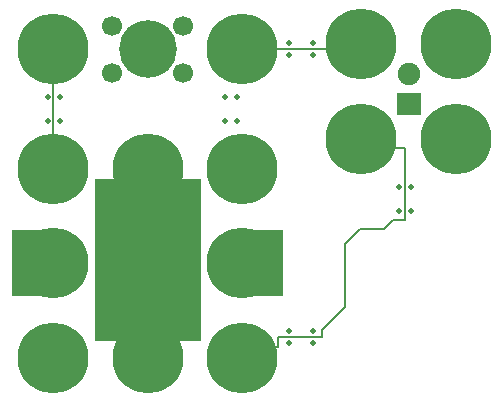
<source format=gtl>
%TF.GenerationSoftware,KiCad,Pcbnew,4.0.4+e1-6308~48~ubuntu16.04.1-stable*%
%TF.CreationDate,2016-12-11T21:09:08-08:00*%
%TF.ProjectId,LegoLED-Button-Battery,4C65676F4C45442D427574746F6E2D42,rev?*%
%TF.FileFunction,Copper,L1,Top,Signal*%
%FSLAX46Y46*%
G04 Gerber Fmt 4.6, Leading zero omitted, Abs format (unit mm)*
G04 Created by KiCad (PCBNEW 4.0.4+e1-6308~48~ubuntu16.04.1-stable) date Sun Dec 11 21:09:08 2016*
%MOMM*%
%LPD*%
G01*
G04 APERTURE LIST*
%ADD10C,0.350000*%
%ADD11C,0.500000*%
%ADD12R,2.000000X1.900000*%
%ADD13C,1.900000*%
%ADD14C,6.000000*%
%ADD15C,1.700000*%
%ADD16C,4.880000*%
%ADD17R,2.600000X5.560000*%
%ADD18R,9.000000X13.800000*%
%ADD19C,0.152400*%
%ADD20C,0.203200*%
%ADD21C,0.350000*%
G04 APERTURE END LIST*
D10*
D11*
X148844000Y-93472000D03*
X149860000Y-93472000D03*
X149860000Y-95504000D03*
X148844000Y-95504000D03*
X163830000Y-93472000D03*
X164846000Y-93472000D03*
X164846000Y-95504000D03*
X163830000Y-95504000D03*
X171323000Y-113284000D03*
X171323000Y-114300000D03*
X169291000Y-114300000D03*
X169291000Y-113284000D03*
X179578000Y-103124000D03*
X178562000Y-103124000D03*
X178562000Y-101092000D03*
X179578000Y-101092000D03*
X169291000Y-89916000D03*
X169291000Y-88900000D03*
X171323000Y-88900000D03*
X171323000Y-89916000D03*
D12*
X179387000Y-94027000D03*
D13*
X179387000Y-91487000D03*
D14*
X183387000Y-89027000D03*
X183387000Y-97027000D03*
X175387000Y-97027000D03*
X175387000Y-89027000D03*
D15*
X160290601Y-91456601D03*
X154290601Y-91456601D03*
X160290601Y-87456601D03*
X154290601Y-87456601D03*
D16*
X157297201Y-89442401D03*
D14*
X149297201Y-89442401D03*
X165297201Y-89442401D03*
X157301200Y-107568000D03*
X165301200Y-107568000D03*
X149301200Y-107568000D03*
D17*
X147101200Y-107568000D03*
D18*
X157305200Y-107314000D03*
D17*
X167501200Y-107568000D03*
D14*
X165301200Y-115568000D03*
X157301200Y-115568000D03*
X149301200Y-115568000D03*
X165301200Y-99568000D03*
X157301200Y-99568000D03*
X149301200Y-99568000D03*
D19*
X168351200Y-114655600D02*
X166213600Y-114655600D01*
X166213600Y-114655600D02*
X165301200Y-115568000D01*
X168351200Y-113792000D02*
X168351200Y-114655600D01*
X166721600Y-114147600D02*
X165301200Y-115568000D01*
X172030201Y-113792000D02*
X168351200Y-113792000D01*
X175387000Y-97027000D02*
X176150000Y-97790000D01*
X176150000Y-97790000D02*
X179070000Y-97790000D01*
X179070000Y-97790000D02*
X179070000Y-103886000D01*
X175260000Y-104648000D02*
X173990000Y-105918000D01*
X179070000Y-103886000D02*
X178054000Y-103886000D01*
X178054000Y-103886000D02*
X177292000Y-104648000D01*
X177292000Y-104648000D02*
X175260000Y-104648000D01*
X173990000Y-111252000D02*
X172030201Y-113211799D01*
X173990000Y-105918000D02*
X173990000Y-111252000D01*
X167077200Y-113792000D02*
X165301200Y-115568000D01*
X172030201Y-113211799D02*
X172030201Y-113792000D01*
X177419000Y-99059000D02*
X175387000Y-97027000D01*
X175387000Y-97917000D02*
X175387000Y-97027000D01*
X165301200Y-115568000D02*
X166006401Y-114862799D01*
X149297201Y-95457199D02*
X149301200Y-95461198D01*
D20*
X149301200Y-95461198D02*
X149301200Y-99568000D01*
D19*
X149280600Y-89425800D02*
X149297201Y-89442401D01*
D20*
X149297201Y-89442401D02*
X149297201Y-95457199D01*
D19*
X165280600Y-89425800D02*
X174988200Y-89425800D01*
X174988200Y-89425800D02*
X175387000Y-89027000D01*
D21*
X148844000Y-93472000D03*
X149860000Y-93472000D03*
X149860000Y-95504000D03*
X148844000Y-95504000D03*
X163830000Y-93472000D03*
X164846000Y-93472000D03*
X164846000Y-95504000D03*
X163830000Y-95504000D03*
X171323000Y-113284000D03*
X171323000Y-114300000D03*
X169291000Y-114300000D03*
X169291000Y-113284000D03*
X179578000Y-103124000D03*
X178562000Y-103124000D03*
X178562000Y-101092000D03*
X179578000Y-101092000D03*
X169291000Y-89916000D03*
X169291000Y-88900000D03*
X171323000Y-88900000D03*
X171323000Y-89916000D03*
X179387000Y-94027000D03*
X179387000Y-91487000D03*
X183387000Y-89027000D03*
X183387000Y-97027000D03*
X175387000Y-97027000D03*
X175387000Y-89027000D03*
X160290601Y-91456601D03*
X154290601Y-91456601D03*
X160290601Y-87456601D03*
X154290601Y-87456601D03*
X157297201Y-89442401D03*
X149297201Y-89442401D03*
X165297201Y-89442401D03*
X157301200Y-107568000D03*
X165301200Y-107568000D03*
X149301200Y-107568000D03*
X165301200Y-115568000D03*
X157301200Y-115568000D03*
X149301200Y-115568000D03*
X165301200Y-99568000D03*
X157301200Y-99568000D03*
X149301200Y-99568000D03*
M02*

</source>
